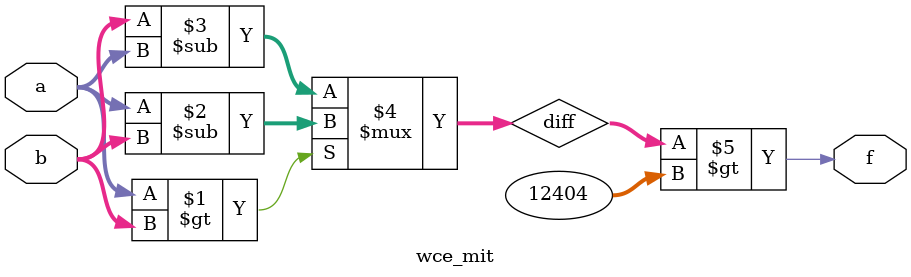
<source format=v>
module wce_mit(a, b, f);
parameter _bit = 16;
parameter wce = 12404;
input [_bit - 1: 0] a;
input [_bit - 1: 0] b;
output f;
wire [_bit - 1: 0] diff;
assign diff = (a > b)? (a - b): (b - a);
assign f = (diff > wce);
endmodule

</source>
